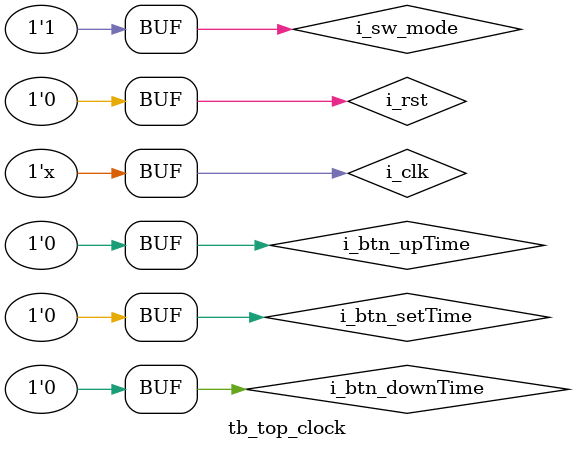
<source format=v>
`timescale 1ns / 10ps

module tb_top_clock ();

    reg i_clk;
    reg i_rst;
    reg i_btn_setTime;
    reg i_btn_upTime;
    reg i_btn_downTime;
    reg i_sw_mode;
    wire [3:0] fndCom_o;
    wire [7:0] fndFont_o;


    top_clock dut (
        .i_clk(i_clk),
        .i_rst(i_rst),
        .i_btn_setTime(i_btn_setTime),
        .i_btn_upTime(i_btn_upTime),
        .i_btn_downTime(i_btn_downTime),
        .i_sw_mode(i_sw_mode),
        .fndCom_o(fndCom_o),
        .fndFont_o(fndFont_o)
    );


    always #5 i_clk = ~i_clk;

    initial begin
        #00 i_clk = 1'b0; i_rst = 1'b1; i_btn_setTime = 1'b0; i_btn_upTime = 1'b0; i_btn_downTime = 1'b0;
        #10 i_rst = 1'b0;
        #10 i_sw_mode = 1'b1;

        // setHour
        #60 i_btn_setTime = 1'b1;
        #60 
        #60 i_btn_upTime = 1'b1;
        #1000 i_btn_upTime = 1'b0;
        #1000 i_btn_setTime = 1'b0;
        #600

        // setMin
        #60 i_btn_setTime = 1'b1;
        #60 
        #60 i_btn_upTime = 1'b1;
        #1000 i_btn_upTime = 1'b0;
        #1000 i_btn_setTime = 1'b0;
        #600

        // setSec
        #60 i_btn_setTime = 1'b1;
        #60 
        #60 i_btn_upTime = 1'b1;
        #1000 i_btn_upTime = 1'b0;
        #1000 i_btn_setTime = 1'b0;
        #600


        // IDLE 
        #60 i_btn_setTime = 1'b1;
        #1000 i_btn_setTime = 1'b0;
    end


endmodule

</source>
